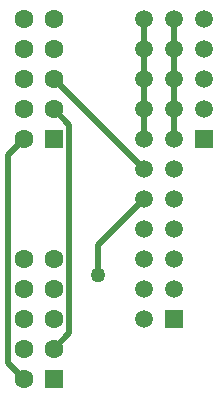
<source format=gbr>
%TF.GenerationSoftware,Altium Limited,Altium Designer,23.7.1 (13)*%
G04 Layer_Physical_Order=1*
G04 Layer_Color=255*
%FSLAX45Y45*%
%MOMM*%
%TF.SameCoordinates,25FEA040-87FC-4766-ABD7-6AF3FFDF4EEB*%
%TF.FilePolarity,Positive*%
%TF.FileFunction,Copper,L1,Top,Signal*%
%TF.Part,Single*%
G01*
G75*
%TA.AperFunction,Conductor*%
%ADD10C,0.50800*%
%TA.AperFunction,ComponentPad*%
%ADD11C,1.50000*%
%ADD12R,1.50000X1.50000*%
%ADD13C,1.60000*%
%ADD14R,1.60000X1.60000*%
%TA.AperFunction,ViaPad*%
%ADD15C,1.27000*%
D10*
X5334000Y6350000D02*
X6096000Y5588000D01*
X5334000Y6096000D02*
X5466080Y5963920D01*
Y4196080D02*
Y5963920D01*
X5334000Y4064000D02*
X5466080Y4196080D01*
X5709920Y4947920D02*
X6096000Y5334000D01*
X5709920Y4693920D02*
Y4947920D01*
X4947920Y3942080D02*
X5080000Y3810000D01*
X4947920Y3942080D02*
Y5709920D01*
X5080000Y5842000D01*
X6350000Y6350000D02*
Y6604000D01*
Y6858000D01*
Y6096000D02*
Y6350000D01*
Y5842000D02*
Y6096000D01*
X6096000Y6350000D02*
Y6604000D01*
Y6858000D01*
Y6096000D02*
Y6350000D01*
Y5842000D02*
Y6096000D01*
D11*
Y6858000D02*
D03*
X6350000D02*
D03*
X6096000Y6604000D02*
D03*
X6350000D02*
D03*
X6096000Y6350000D02*
D03*
X6350000D02*
D03*
X6096000Y6096000D02*
D03*
X6350000D02*
D03*
X6096000Y5842000D02*
D03*
X6350000D02*
D03*
X6096000Y5588000D02*
D03*
X6350000D02*
D03*
X6096000Y5334000D02*
D03*
X6350000D02*
D03*
X6096000Y5080000D02*
D03*
X6350000D02*
D03*
X6096000Y4826000D02*
D03*
X6350000D02*
D03*
X6096000Y4572000D02*
D03*
X6350000D02*
D03*
X6096000Y4318000D02*
D03*
X6604000Y6858000D02*
D03*
Y6604000D02*
D03*
Y6350000D02*
D03*
Y6096000D02*
D03*
D12*
X6350000Y4318000D02*
D03*
X6604000Y5842000D02*
D03*
D13*
X5080000Y6858000D02*
D03*
Y6604000D02*
D03*
X5334000Y6858000D02*
D03*
Y6604000D02*
D03*
X5080000Y6350000D02*
D03*
X5334000D02*
D03*
X5080000Y6096000D02*
D03*
X5334000D02*
D03*
X5080000Y5842000D02*
D03*
Y4826000D02*
D03*
Y4572000D02*
D03*
X5334000Y4826000D02*
D03*
Y4572000D02*
D03*
X5080000Y4318000D02*
D03*
X5334000D02*
D03*
X5080000Y4064000D02*
D03*
X5334000D02*
D03*
X5080000Y3810000D02*
D03*
D14*
X5334000Y5842000D02*
D03*
Y3810000D02*
D03*
D15*
X5709920Y4693920D02*
D03*
%TF.MD5,598297ba9e879f7247172d2e2c8cac32*%
M02*

</source>
